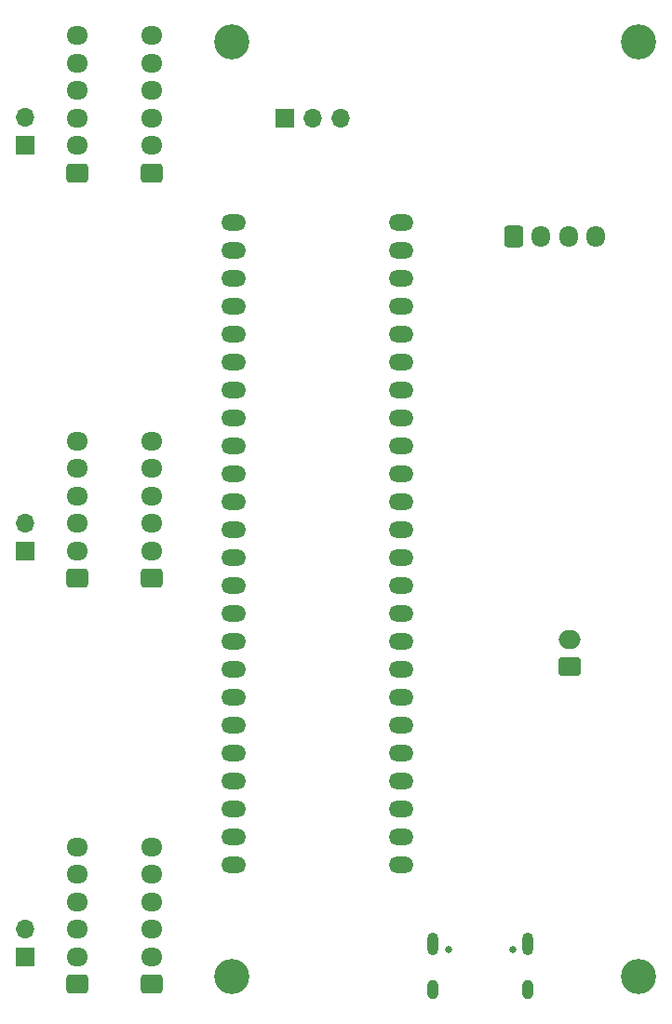
<source format=gbs>
G04 #@! TF.GenerationSoftware,KiCad,Pcbnew,8.0.8*
G04 #@! TF.CreationDate,2025-03-10T12:23:01-04:00*
G04 #@! TF.ProjectId,ground-receiver,67726f75-6e64-42d7-9265-636569766572,rev?*
G04 #@! TF.SameCoordinates,Original*
G04 #@! TF.FileFunction,Soldermask,Bot*
G04 #@! TF.FilePolarity,Negative*
%FSLAX46Y46*%
G04 Gerber Fmt 4.6, Leading zero omitted, Abs format (unit mm)*
G04 Created by KiCad (PCBNEW 8.0.8) date 2025-03-10 12:23:01*
%MOMM*%
%LPD*%
G01*
G04 APERTURE LIST*
G04 Aperture macros list*
%AMRoundRect*
0 Rectangle with rounded corners*
0 $1 Rounding radius*
0 $2 $3 $4 $5 $6 $7 $8 $9 X,Y pos of 4 corners*
0 Add a 4 corners polygon primitive as box body*
4,1,4,$2,$3,$4,$5,$6,$7,$8,$9,$2,$3,0*
0 Add four circle primitives for the rounded corners*
1,1,$1+$1,$2,$3*
1,1,$1+$1,$4,$5*
1,1,$1+$1,$6,$7*
1,1,$1+$1,$8,$9*
0 Add four rect primitives between the rounded corners*
20,1,$1+$1,$2,$3,$4,$5,0*
20,1,$1+$1,$4,$5,$6,$7,0*
20,1,$1+$1,$6,$7,$8,$9,0*
20,1,$1+$1,$8,$9,$2,$3,0*%
G04 Aperture macros list end*
%ADD10RoundRect,0.250000X-0.600000X-0.725000X0.600000X-0.725000X0.600000X0.725000X-0.600000X0.725000X0*%
%ADD11O,1.700000X1.950000*%
%ADD12C,3.200000*%
%ADD13O,2.250000X1.500000*%
%ADD14RoundRect,0.250000X0.725000X-0.600000X0.725000X0.600000X-0.725000X0.600000X-0.725000X-0.600000X0*%
%ADD15O,1.950000X1.700000*%
%ADD16RoundRect,0.250000X0.750000X-0.600000X0.750000X0.600000X-0.750000X0.600000X-0.750000X-0.600000X0*%
%ADD17O,2.000000X1.700000*%
%ADD18R,1.700000X1.700000*%
%ADD19O,1.700000X1.700000*%
%ADD20C,0.650000*%
%ADD21O,1.000000X2.100000*%
%ADD22O,1.000000X1.800000*%
G04 APERTURE END LIST*
D10*
X157100000Y-65200000D03*
D11*
X159600000Y-65200000D03*
X162100000Y-65200000D03*
X164600000Y-65200000D03*
D12*
X131500000Y-132500000D03*
D13*
X131680000Y-66425000D03*
X131680000Y-68965000D03*
X131680000Y-71505000D03*
X131680000Y-74045000D03*
X131680000Y-99445000D03*
X146920000Y-68965000D03*
X131680000Y-76585000D03*
X131680000Y-79125000D03*
X146920000Y-63885000D03*
X131680000Y-81665000D03*
X131680000Y-84205000D03*
X131680000Y-86745000D03*
X131680000Y-89285000D03*
X131680000Y-91825000D03*
X131680000Y-94365000D03*
X131680000Y-96905000D03*
X146920000Y-96905000D03*
X146920000Y-94365000D03*
X146920000Y-91825000D03*
X146920000Y-89285000D03*
X146920000Y-86745000D03*
X146920000Y-84205000D03*
X146920000Y-81665000D03*
X146920000Y-79125000D03*
X146920000Y-76585000D03*
X146920000Y-74045000D03*
X146920000Y-71505000D03*
X131680000Y-101985000D03*
X131680000Y-104525000D03*
X131680000Y-107065000D03*
X131680000Y-109605000D03*
X131680000Y-112145000D03*
X131680000Y-114685000D03*
X131680000Y-117225000D03*
X131680000Y-119765000D03*
X131680000Y-122305000D03*
X146920000Y-122305000D03*
X146920000Y-119765000D03*
X146920000Y-117225000D03*
X146920000Y-114685000D03*
X146920000Y-112145000D03*
X146920000Y-109605000D03*
X146920000Y-107065000D03*
X146920000Y-104525000D03*
X146920000Y-101985000D03*
X131680000Y-63885000D03*
X146920000Y-66425000D03*
X146920000Y-99445000D03*
D14*
X124200000Y-96300000D03*
D15*
X124200000Y-93800000D03*
X124200000Y-91300000D03*
X124200000Y-88800000D03*
X124200000Y-86300000D03*
X124200000Y-83800000D03*
D16*
X162250000Y-104335130D03*
D17*
X162250000Y-101835130D03*
D18*
X136260000Y-54400000D03*
D19*
X138800000Y-54400000D03*
X141340000Y-54400000D03*
D14*
X117400000Y-59400000D03*
D15*
X117400000Y-56900000D03*
X117400000Y-54400000D03*
X117400000Y-51900000D03*
X117400000Y-49400000D03*
X117400000Y-46900000D03*
D14*
X124175000Y-59400000D03*
D15*
X124175000Y-56900000D03*
X124175000Y-54400000D03*
X124175000Y-51900000D03*
X124175000Y-49400000D03*
X124175000Y-46900000D03*
D19*
X112700000Y-91235000D03*
D18*
X112700000Y-93775000D03*
D19*
X112700000Y-128160000D03*
D18*
X112700000Y-130700000D03*
D12*
X168500000Y-47500000D03*
D19*
X112700000Y-54360000D03*
D18*
X112700000Y-56900000D03*
D20*
X151230000Y-130020000D03*
X157010000Y-130020000D03*
D21*
X149800000Y-129520000D03*
D22*
X149800000Y-133700000D03*
D21*
X158440000Y-129520000D03*
D22*
X158440000Y-133700000D03*
D12*
X168500000Y-132500000D03*
X131500000Y-47500000D03*
D14*
X117400000Y-96300000D03*
D15*
X117400000Y-93800000D03*
X117400000Y-91300000D03*
X117400000Y-88800000D03*
X117400000Y-86300000D03*
X117400000Y-83800000D03*
D14*
X117400000Y-133200000D03*
D15*
X117400000Y-130700000D03*
X117400000Y-128200000D03*
X117400000Y-125700000D03*
X117400000Y-123200000D03*
X117400000Y-120700000D03*
D14*
X124200000Y-133200000D03*
D15*
X124200000Y-130700000D03*
X124200000Y-128200000D03*
X124200000Y-125700000D03*
X124200000Y-123200000D03*
X124200000Y-120700000D03*
M02*

</source>
